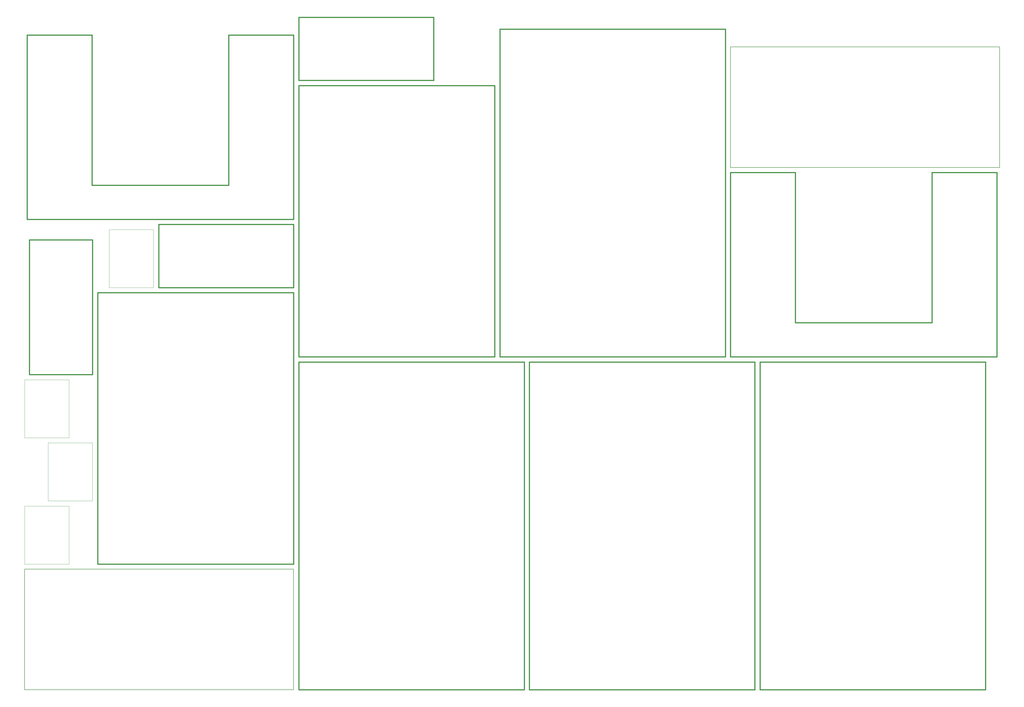
<source format=gbr>
G75*
G70*
%OFA0B0*%
%FSLAX25Y25*%
%IPPOS*%
%LPD*%
%AMOC8*
5,1,8,0,0,1.08239X$1,22.5*
%
%ADD102C,0.00000*%
%ADD104C,0.00591*%
%ADD121C,0.00394*%
%ADD61C,0.01500*%
X0010000Y0010000D02*
G01*
D104*
X0010000Y0010000D02*
X0010000Y0186500D01*
X0403750Y0010000D02*
X0010000Y0010000D01*
X0403750Y0186500D02*
X0403750Y0010000D01*
X0010000Y0186500D02*
X0403750Y0186500D01*
X0010000Y0194000D02*
G01*
D104*
D121*
X0075000Y0194000D02*
X0075000Y0279000D01*
X0010000Y0194000D02*
X0075000Y0194000D01*
X0010000Y0279000D02*
X0010000Y0194000D01*
X0010000Y0279000D02*
X0075000Y0279000D01*
X0411250Y0010000D02*
G01*
D104*
D61*
X0741250Y0490000D02*
X0411250Y0490000D01*
X0741250Y0010000D02*
X0741250Y0490000D01*
X0411250Y0010000D02*
X0741250Y0010000D01*
X0411250Y0490000D02*
X0411250Y0010000D01*
X0116850Y0194000D02*
G01*
D104*
D61*
X0403750Y0591500D02*
X0116850Y0591500D01*
X0403750Y0194000D02*
X0403750Y0591500D01*
X0116850Y0194000D02*
X0403750Y0194000D01*
X0116850Y0194000D02*
X0116850Y0591500D01*
X0411250Y0497500D02*
G01*
D104*
D61*
X0698150Y0895000D02*
X0411250Y0895000D01*
X0698150Y0497500D02*
X0698150Y0895000D01*
X0411250Y0497500D02*
X0698150Y0497500D01*
X0411250Y0497500D02*
X0411250Y0895000D01*
X0206250Y0599000D02*
G01*
D104*
D61*
X0206250Y0599000D02*
X0206250Y0691500D01*
X0403750Y0599000D02*
X0206250Y0599000D01*
X0403750Y0691500D02*
X0403750Y0599000D01*
X0206250Y0691500D02*
X0403750Y0691500D01*
X0013750Y0699000D02*
G01*
D102*
D61*
X0108750Y0969000D02*
X0108750Y0749000D01*
X0308750Y0969000D02*
X0308750Y0749000D01*
X0403750Y0969000D02*
X0308750Y0969000D01*
X0403750Y0699000D02*
X0403750Y0969000D01*
X0013750Y0699000D02*
X0403750Y0699000D01*
X0013750Y0969000D02*
X0013750Y0699000D01*
X0013750Y0969000D02*
X0108750Y0969000D01*
X0108750Y0749000D02*
X0308750Y0749000D01*
X0705650Y0497500D02*
G01*
D104*
D61*
X1035650Y0977500D02*
X0705650Y0977500D01*
X1035650Y0497500D02*
X1035650Y0977500D01*
X0705650Y0497500D02*
X1035650Y0497500D01*
X0705650Y0977500D02*
X0705650Y0497500D01*
X0044350Y0286500D02*
G01*
D104*
D121*
X0109350Y0286500D02*
X0109350Y0371500D01*
X0044350Y0286500D02*
X0109350Y0286500D01*
X0044350Y0371500D02*
X0044350Y0286500D01*
X0044350Y0371500D02*
X0109350Y0371500D01*
X0133750Y0599000D02*
G01*
D104*
D121*
X0198750Y0599000D02*
X0198750Y0684000D01*
X0133750Y0599000D02*
X0198750Y0599000D01*
X0133750Y0684000D02*
X0133750Y0599000D01*
X0133750Y0684000D02*
X0198750Y0684000D01*
X0748750Y0010000D02*
G01*
D104*
D61*
X1078750Y0490000D02*
X0748750Y0490000D01*
X1078750Y0010000D02*
X1078750Y0490000D01*
X0748750Y0010000D02*
X1078750Y0010000D01*
X0748750Y0490000D02*
X0748750Y0010000D01*
X1043150Y0497500D02*
G01*
D102*
D61*
X1138150Y0767500D02*
X1138150Y0547500D01*
X1338150Y0767500D02*
X1338150Y0547500D01*
X1433150Y0767500D02*
X1338150Y0767500D01*
X1433150Y0497500D02*
X1433150Y0767500D01*
X1043150Y0497500D02*
X1433150Y0497500D01*
X1043150Y0767500D02*
X1043150Y0497500D01*
X1043150Y0767500D02*
X1138150Y0767500D01*
X1138150Y0547500D02*
X1338150Y0547500D01*
X0010000Y0379000D02*
G01*
D104*
D121*
X0075000Y0379000D02*
X0075000Y0464000D01*
X0010000Y0379000D02*
X0075000Y0379000D01*
X0010000Y0464000D02*
X0010000Y0379000D01*
X0010000Y0464000D02*
X0075000Y0464000D01*
X1043150Y0775000D02*
G01*
D104*
X1043150Y0775000D02*
X1043150Y0951500D01*
X1436900Y0775000D02*
X1043150Y0775000D01*
X1436900Y0951500D02*
X1436900Y0775000D01*
X1043150Y0951500D02*
X1436900Y0951500D01*
X0016850Y0471500D02*
G01*
D104*
D61*
X0109350Y0471500D02*
X0016850Y0471500D01*
X0109350Y0669000D02*
X0109350Y0471500D01*
X0016850Y0669000D02*
X0109350Y0669000D01*
X0016850Y0471500D02*
X0016850Y0669000D01*
X0411250Y0902500D02*
G01*
D104*
D61*
X0411250Y0902500D02*
X0411250Y0995000D01*
X0608750Y0902500D02*
X0411250Y0902500D01*
X0608750Y0995000D02*
X0608750Y0902500D01*
X0411250Y0995000D02*
X0608750Y0995000D01*
X1086250Y0010000D02*
G01*
D104*
D61*
X1416250Y0490000D02*
X1086250Y0490000D01*
X1416250Y0010000D02*
X1416250Y0490000D01*
X1086250Y0010000D02*
X1416250Y0010000D01*
X1086250Y0490000D02*
X1086250Y0010000D01*
M02*

</source>
